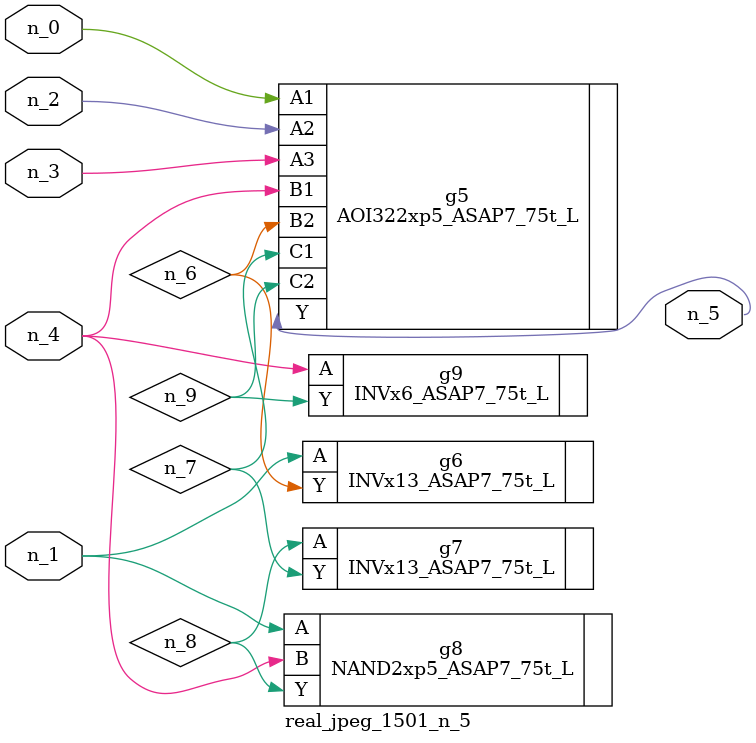
<source format=v>
module real_jpeg_1501_n_5 (n_4, n_0, n_1, n_2, n_3, n_5);

input n_4;
input n_0;
input n_1;
input n_2;
input n_3;

output n_5;

wire n_8;
wire n_6;
wire n_7;
wire n_9;

AOI322xp5_ASAP7_75t_L g5 ( 
.A1(n_0),
.A2(n_2),
.A3(n_3),
.B1(n_4),
.B2(n_6),
.C1(n_7),
.C2(n_9),
.Y(n_5)
);

INVx13_ASAP7_75t_L g6 ( 
.A(n_1),
.Y(n_6)
);

NAND2xp5_ASAP7_75t_L g8 ( 
.A(n_1),
.B(n_4),
.Y(n_8)
);

INVx6_ASAP7_75t_L g9 ( 
.A(n_4),
.Y(n_9)
);

INVx13_ASAP7_75t_L g7 ( 
.A(n_8),
.Y(n_7)
);


endmodule
</source>
